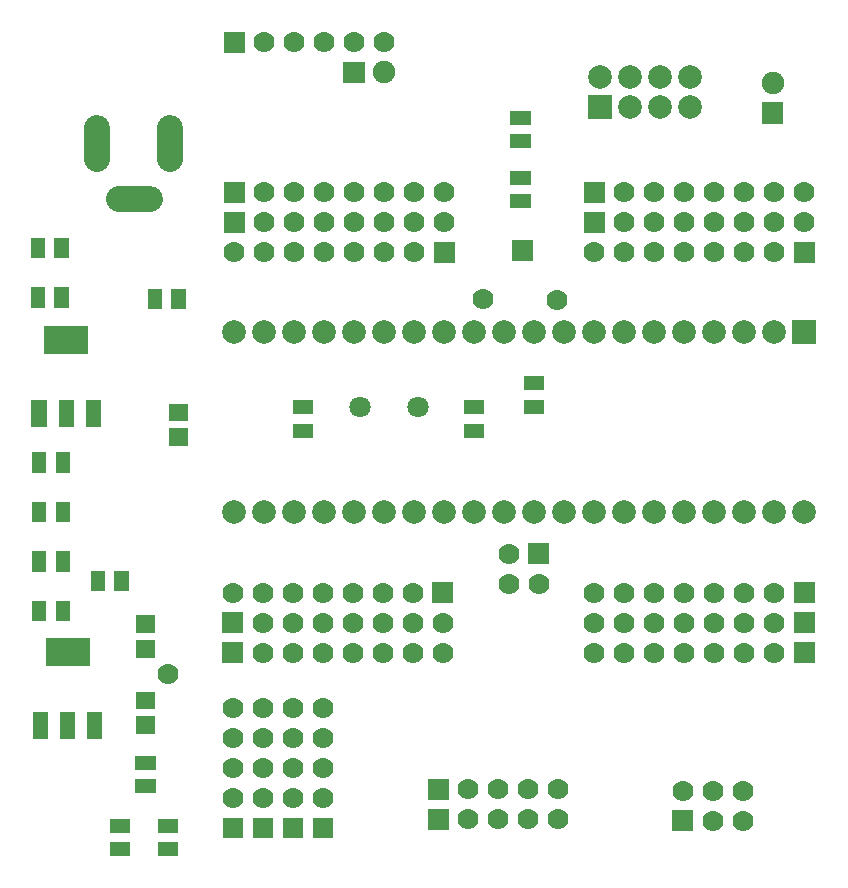
<source format=gts>
G04 Layer: TopSolderMaskLayer*
G04 EasyEDA v6.4.7, 2020-10-10T14:28:28+07:00*
G04 52f6a2ab2d5a4f67a95d22fe1a878f29,10*
G04 Gerber Generator version 0.2*
G04 Scale: 100 percent, Rotated: No, Reflected: No *
G04 Dimensions in millimeters *
G04 leading zeros omitted , absolute positions ,3 integer and 3 decimal *
%FSLAX33Y33*%
%MOMM*%
G90*
D02*

%ADD32C,2.203196*%
%ADD33C,1.778203*%
%ADD34R,1.778000X1.778000*%
%ADD35C,1.778000*%
%ADD36C,1.803197*%
%ADD41C,2.003196*%
%ADD44C,1.903197*%

%LPD*%
G54D32*
G01X14275Y63721D02*
G01X14275Y61121D01*
G01X8076Y61121D02*
G01X8076Y63721D01*
G01X12576Y57720D02*
G01X9976Y57720D01*
G54D33*
G01X14097Y17526D03*
G01X40767Y49276D03*
G01X46990Y49149D03*
G36*
G01X18669Y18415D02*
G01X18669Y20193D01*
G01X20447Y20193D01*
G01X20447Y18415D01*
G01X18669Y18415D01*
G37*
G54D35*
G01X22098Y19304D03*
G01X24638Y19304D03*
G01X27178Y19304D03*
G01X29718Y19304D03*
G01X32258Y19304D03*
G01X34798Y19304D03*
G01X37338Y19304D03*
G36*
G01X18669Y20955D02*
G01X18669Y22733D01*
G01X20447Y22733D01*
G01X20447Y20955D01*
G01X18669Y20955D01*
G37*
G01X22098Y21844D03*
G01X24638Y21844D03*
G01X27178Y21844D03*
G01X29718Y21844D03*
G01X32258Y21844D03*
G01X34798Y21844D03*
G01X37338Y21844D03*
G36*
G01X36449Y23495D02*
G01X36449Y25273D01*
G01X38227Y25273D01*
G01X38227Y23495D01*
G01X36449Y23495D01*
G37*
G01X34798Y24384D03*
G01X32258Y24384D03*
G01X29718Y24384D03*
G01X27178Y24384D03*
G01X24638Y24384D03*
G01X22098Y24384D03*
G01X19558Y24384D03*
G36*
G01X67056Y23495D02*
G01X67056Y25273D01*
G01X68834Y25273D01*
G01X68834Y23495D01*
G01X67056Y23495D01*
G37*
G01X65405Y24384D03*
G01X62865Y24384D03*
G01X60325Y24384D03*
G01X57785Y24384D03*
G01X55245Y24384D03*
G01X52705Y24384D03*
G01X50165Y24384D03*
G36*
G01X36576Y52324D02*
G01X36576Y54102D01*
G01X38354Y54102D01*
G01X38354Y52324D01*
G01X36576Y52324D01*
G37*
G01X34925Y53213D03*
G01X32385Y53213D03*
G01X29845Y53213D03*
G01X27305Y53213D03*
G01X24765Y53213D03*
G01X22225Y53213D03*
G01X19685Y53213D03*
G36*
G01X43180Y52451D02*
G01X43180Y54229D01*
G01X44958Y54229D01*
G01X44958Y52451D01*
G01X43180Y52451D01*
G37*
G36*
G01X67056Y20955D02*
G01X67056Y22733D01*
G01X68834Y22733D01*
G01X68834Y20955D01*
G01X67056Y20955D01*
G37*
G01X65405Y21844D03*
G01X62865Y21844D03*
G01X60325Y21844D03*
G01X57785Y21844D03*
G01X55245Y21844D03*
G01X52705Y21844D03*
G01X50165Y21844D03*
G54D33*
G01X19558Y14605D03*
G54D35*
G01X19558Y12065D03*
G01X19558Y9525D03*
G01X19558Y6985D03*
G54D34*
G01X19558Y4445D03*
G36*
G01X44577Y26797D02*
G01X44577Y28575D01*
G01X46355Y28575D01*
G01X46355Y26797D01*
G01X44577Y26797D01*
G37*
G54D35*
G01X45466Y25146D03*
G01X42926Y27686D03*
G01X42926Y25146D03*
G54D36*
G01X30315Y40132D03*
G01X35216Y40132D03*
G36*
G01X49276Y57404D02*
G01X49276Y59182D01*
G01X51054Y59182D01*
G01X51054Y57404D01*
G01X49276Y57404D01*
G37*
G54D35*
G01X52705Y58293D03*
G01X55245Y58293D03*
G01X57785Y58293D03*
G01X60325Y58293D03*
G01X62865Y58293D03*
G01X65405Y58293D03*
G01X67945Y58293D03*
G36*
G01X49276Y54864D02*
G01X49276Y56642D01*
G01X51054Y56642D01*
G01X51054Y54864D01*
G01X49276Y54864D01*
G37*
G01X52705Y55753D03*
G01X55245Y55753D03*
G01X57785Y55753D03*
G01X60325Y55753D03*
G01X62865Y55753D03*
G01X65405Y55753D03*
G01X67945Y55753D03*
G36*
G01X18796Y57404D02*
G01X18796Y59182D01*
G01X20574Y59182D01*
G01X20574Y57404D01*
G01X18796Y57404D01*
G37*
G01X22225Y58293D03*
G01X24765Y58293D03*
G01X27305Y58293D03*
G01X29845Y58293D03*
G01X32385Y58293D03*
G01X34925Y58293D03*
G01X37465Y58293D03*
G36*
G01X67056Y52324D02*
G01X67056Y54102D01*
G01X68834Y54102D01*
G01X68834Y52324D01*
G01X67056Y52324D01*
G37*
G01X65405Y53213D03*
G01X62865Y53213D03*
G01X60325Y53213D03*
G01X57785Y53213D03*
G01X55245Y53213D03*
G01X52705Y53213D03*
G01X50165Y53213D03*
G36*
G01X67056Y18415D02*
G01X67056Y20193D01*
G01X68834Y20193D01*
G01X68834Y18415D01*
G01X67056Y18415D01*
G37*
G01X65405Y19304D03*
G01X62865Y19304D03*
G01X60325Y19304D03*
G01X57785Y19304D03*
G01X55245Y19304D03*
G01X52705Y19304D03*
G01X50165Y19304D03*
G36*
G01X18796Y54864D02*
G01X18796Y56642D01*
G01X20574Y56642D01*
G01X20574Y54864D01*
G01X18796Y54864D01*
G37*
G01X22225Y55753D03*
G01X24765Y55753D03*
G01X27305Y55753D03*
G01X29845Y55753D03*
G01X32385Y55753D03*
G01X34925Y55753D03*
G01X37465Y55753D03*
G01X32385Y70993D03*
G01X29845Y70993D03*
G01X27305Y70993D03*
G01X24765Y70993D03*
G01X22225Y70993D03*
G36*
G01X18796Y70104D02*
G01X18796Y71882D01*
G01X20574Y71882D01*
G01X20574Y70104D01*
G01X18796Y70104D01*
G37*
G36*
G01X2641Y11976D02*
G01X2641Y14338D01*
G01X3937Y14338D01*
G01X3937Y11976D01*
G01X2641Y11976D01*
G37*
G36*
G01X4953Y11976D02*
G01X4953Y14338D01*
G01X6248Y14338D01*
G01X6248Y11976D01*
G01X4953Y11976D01*
G37*
G36*
G01X7239Y11976D02*
G01X7239Y14338D01*
G01X8534Y14338D01*
G01X8534Y11976D01*
G01X7239Y11976D01*
G37*
G36*
G01X3746Y18173D02*
G01X3746Y20535D01*
G01X7454Y20535D01*
G01X7454Y18173D01*
G01X3746Y18173D01*
G37*
G36*
G01X2461Y52717D02*
G01X2461Y54470D01*
G01X3665Y54470D01*
G01X3665Y52717D01*
G01X2461Y52717D01*
G37*
G36*
G01X4462Y52717D02*
G01X4462Y54470D01*
G01X5666Y54470D01*
G01X5666Y52717D01*
G01X4462Y52717D01*
G37*
G36*
G01X43065Y62024D02*
G01X43065Y63228D01*
G01X44818Y63228D01*
G01X44818Y62024D01*
G01X43065Y62024D01*
G37*
G36*
G01X43065Y64025D02*
G01X43065Y65229D01*
G01X44818Y65229D01*
G01X44818Y64025D01*
G01X43065Y64025D01*
G37*
G36*
G01X2461Y48526D02*
G01X2461Y50279D01*
G01X3665Y50279D01*
G01X3665Y48526D01*
G01X2461Y48526D01*
G37*
G36*
G01X4462Y48526D02*
G01X4462Y50279D01*
G01X5666Y50279D01*
G01X5666Y48526D01*
G01X4462Y48526D01*
G37*
G36*
G01X2588Y30365D02*
G01X2588Y32118D01*
G01X3792Y32118D01*
G01X3792Y30365D01*
G01X2588Y30365D01*
G37*
G36*
G01X4589Y30365D02*
G01X4589Y32118D01*
G01X5793Y32118D01*
G01X5793Y30365D01*
G01X4589Y30365D01*
G37*
G36*
G01X2588Y34556D02*
G01X2588Y36309D01*
G01X3792Y36309D01*
G01X3792Y34556D01*
G01X2588Y34556D01*
G37*
G36*
G01X4589Y34556D02*
G01X4589Y36309D01*
G01X5793Y36309D01*
G01X5793Y34556D01*
G01X4589Y34556D01*
G37*
G36*
G01X2588Y21983D02*
G01X2588Y23736D01*
G01X3792Y23736D01*
G01X3792Y21983D01*
G01X2588Y21983D01*
G37*
G36*
G01X4589Y21983D02*
G01X4589Y23736D01*
G01X5793Y23736D01*
G01X5793Y21983D01*
G01X4589Y21983D01*
G37*
G36*
G01X24650Y39514D02*
G01X24650Y40718D01*
G01X26403Y40718D01*
G01X26403Y39514D01*
G01X24650Y39514D01*
G37*
G36*
G01X24650Y37513D02*
G01X24650Y38717D01*
G01X26403Y38717D01*
G01X26403Y37513D01*
G01X24650Y37513D01*
G37*
G36*
G01X2588Y26174D02*
G01X2588Y27927D01*
G01X3792Y27927D01*
G01X3792Y26174D01*
G01X2588Y26174D01*
G37*
G36*
G01X4589Y26174D02*
G01X4589Y27927D01*
G01X5793Y27927D01*
G01X5793Y26174D01*
G01X4589Y26174D01*
G37*
G36*
G01X9156Y2080D02*
G01X9156Y3284D01*
G01X10909Y3284D01*
G01X10909Y2080D01*
G01X9156Y2080D01*
G37*
G36*
G01X9156Y4081D02*
G01X9156Y5285D01*
G01X10909Y5285D01*
G01X10909Y4081D01*
G01X9156Y4081D01*
G37*
G36*
G01X13220Y2080D02*
G01X13220Y3284D01*
G01X14973Y3284D01*
G01X14973Y2080D01*
G01X13220Y2080D01*
G37*
G36*
G01X13220Y4081D02*
G01X13220Y5285D01*
G01X14973Y5285D01*
G01X14973Y4081D01*
G01X13220Y4081D01*
G37*
G36*
G01X44208Y41546D02*
G01X44208Y42750D01*
G01X45961Y42750D01*
G01X45961Y41546D01*
G01X44208Y41546D01*
G37*
G36*
G01X44208Y39545D02*
G01X44208Y40749D01*
G01X45961Y40749D01*
G01X45961Y39545D01*
G01X44208Y39545D01*
G37*
G36*
G01X39128Y39514D02*
G01X39128Y40718D01*
G01X40881Y40718D01*
G01X40881Y39514D01*
G01X39128Y39514D01*
G37*
G36*
G01X39128Y37513D02*
G01X39128Y38717D01*
G01X40881Y38717D01*
G01X40881Y37513D01*
G01X39128Y37513D01*
G37*
G36*
G01X2514Y38392D02*
G01X2514Y40754D01*
G01X3810Y40754D01*
G01X3810Y38392D01*
G01X2514Y38392D01*
G37*
G36*
G01X4826Y38392D02*
G01X4826Y40754D01*
G01X6121Y40754D01*
G01X6121Y38392D01*
G01X4826Y38392D01*
G37*
G36*
G01X7112Y38392D02*
G01X7112Y40754D01*
G01X8407Y40754D01*
G01X8407Y38392D01*
G01X7112Y38392D01*
G37*
G36*
G01X3619Y44589D02*
G01X3619Y46951D01*
G01X7327Y46951D01*
G01X7327Y44589D01*
G01X3619Y44589D01*
G37*
G54D41*
G01X22225Y46482D03*
G01X27305Y46482D03*
G01X24765Y46482D03*
G01X37465Y46482D03*
G01X47625Y46482D03*
G01X50165Y46482D03*
G01X52705Y46482D03*
G01X55245Y46482D03*
G01X57785Y46482D03*
G01X60325Y46482D03*
G01X62865Y46482D03*
G01X65405Y46482D03*
G36*
G01X66944Y45481D02*
G01X66944Y47482D01*
G01X68945Y47482D01*
G01X68945Y45481D01*
G01X66944Y45481D01*
G37*
G01X45085Y46482D03*
G01X40005Y46482D03*
G01X42545Y46482D03*
G01X34925Y46482D03*
G01X29845Y46482D03*
G01X32385Y46482D03*
G01X19685Y46482D03*
G01X65405Y31242D03*
G01X67945Y31242D03*
G01X62865Y31242D03*
G01X60325Y31242D03*
G01X29845Y31242D03*
G01X32385Y31242D03*
G01X34925Y31242D03*
G01X37465Y31242D03*
G01X27305Y31242D03*
G01X24765Y31242D03*
G01X22225Y31242D03*
G01X19685Y31242D03*
G01X47625Y31242D03*
G01X45085Y31242D03*
G01X42545Y31242D03*
G01X40005Y31242D03*
G01X50165Y31242D03*
G01X52705Y31242D03*
G01X55245Y31242D03*
G01X57785Y31242D03*
G36*
G01X64389Y64071D02*
G01X64389Y65976D01*
G01X66167Y65976D01*
G01X66167Y64071D01*
G01X64389Y64071D01*
G37*
G54D44*
G01X65278Y67564D03*
G36*
G01X28892Y67564D02*
G01X28892Y69342D01*
G01X30797Y69342D01*
G01X30797Y67564D01*
G01X28892Y67564D01*
G37*
G01X32385Y68453D03*
G54D35*
G01X27178Y14605D03*
G01X27178Y12065D03*
G01X27178Y9525D03*
G01X27178Y6985D03*
G54D34*
G01X27178Y4445D03*
G54D35*
G01X22098Y14605D03*
G01X22098Y12065D03*
G01X22098Y9525D03*
G01X22098Y6985D03*
G54D34*
G01X22098Y4445D03*
G54D35*
G01X47117Y7747D03*
G01X44577Y7747D03*
G01X42037Y7747D03*
G01X39497Y7747D03*
G36*
G01X36068Y6858D02*
G01X36068Y8636D01*
G01X37846Y8636D01*
G01X37846Y6858D01*
G01X36068Y6858D01*
G37*
G01X47117Y5207D03*
G01X44577Y5207D03*
G01X42037Y5207D03*
G01X39497Y5207D03*
G36*
G01X36068Y4318D02*
G01X36068Y6096D01*
G01X37846Y6096D01*
G01X37846Y4318D01*
G01X36068Y4318D01*
G37*
G01X24638Y14605D03*
G01X24638Y12065D03*
G01X24638Y9525D03*
G01X24638Y6985D03*
G54D34*
G01X24638Y4445D03*
G36*
G01X14185Y38905D02*
G01X14185Y40408D01*
G01X15788Y40408D01*
G01X15788Y38905D01*
G01X14185Y38905D01*
G37*
G36*
G01X14185Y36804D02*
G01X14185Y38308D01*
G01X15788Y38308D01*
G01X15788Y36804D01*
G01X14185Y36804D01*
G37*
G36*
G01X11391Y12420D02*
G01X11391Y13924D01*
G01X12994Y13924D01*
G01X12994Y12420D01*
G01X11391Y12420D01*
G37*
G36*
G01X11391Y14521D02*
G01X11391Y16024D01*
G01X12994Y16024D01*
G01X12994Y14521D01*
G01X11391Y14521D01*
G37*
G36*
G01X11391Y20998D02*
G01X11391Y22501D01*
G01X12994Y22501D01*
G01X12994Y20998D01*
G01X11391Y20998D01*
G37*
G36*
G01X11391Y18897D02*
G01X11391Y20401D01*
G01X12994Y20401D01*
G01X12994Y18897D01*
G01X11391Y18897D01*
G37*
G36*
G01X12367Y48399D02*
G01X12367Y50152D01*
G01X13571Y50152D01*
G01X13571Y48399D01*
G01X12367Y48399D01*
G37*
G36*
G01X14368Y48399D02*
G01X14368Y50152D01*
G01X15572Y50152D01*
G01X15572Y48399D01*
G01X14368Y48399D01*
G37*
G36*
G01X43065Y56944D02*
G01X43065Y58148D01*
G01X44818Y58148D01*
G01X44818Y56944D01*
G01X43065Y56944D01*
G37*
G36*
G01X43065Y58945D02*
G01X43065Y60149D01*
G01X44818Y60149D01*
G01X44818Y58945D01*
G01X43065Y58945D01*
G37*
G36*
G01X7541Y24523D02*
G01X7541Y26276D01*
G01X8745Y26276D01*
G01X8745Y24523D01*
G01X7541Y24523D01*
G37*
G36*
G01X9542Y24523D02*
G01X9542Y26276D01*
G01X10746Y26276D01*
G01X10746Y24523D01*
G01X9542Y24523D01*
G37*
G36*
G01X11315Y7414D02*
G01X11315Y8618D01*
G01X13068Y8618D01*
G01X13068Y7414D01*
G01X11315Y7414D01*
G37*
G36*
G01X11315Y9415D02*
G01X11315Y10619D01*
G01X13068Y10619D01*
G01X13068Y9415D01*
G01X11315Y9415D01*
G37*
G54D35*
G01X62738Y7620D03*
G01X62738Y5080D03*
G01X60198Y7620D03*
G01X60198Y5080D03*
G01X57658Y7620D03*
G36*
G01X56769Y4191D02*
G01X56769Y5969D01*
G01X58547Y5969D01*
G01X58547Y4191D01*
G01X56769Y4191D01*
G37*
G36*
G01X49674Y64528D02*
G01X49674Y66532D01*
G01X51676Y66532D01*
G01X51676Y64528D01*
G01X49674Y64528D01*
G37*
G54D41*
G01X50673Y68073D03*
G01X53213Y65533D03*
G01X53213Y68073D03*
G01X55753Y65533D03*
G01X55753Y68073D03*
G01X58293Y65533D03*
G01X58293Y68073D03*
M00*
M02*

</source>
